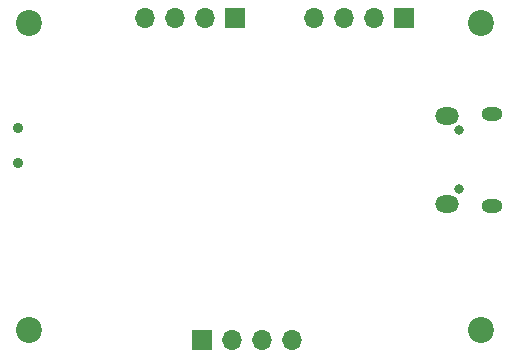
<source format=gbr>
%TF.GenerationSoftware,KiCad,Pcbnew,(6.0.9)*%
%TF.CreationDate,2023-11-06T14:53:44+05:30*%
%TF.ProjectId,Stm32 Tutorial,53746d33-3220-4547-9574-6f7269616c2e,rev?*%
%TF.SameCoordinates,Original*%
%TF.FileFunction,Soldermask,Bot*%
%TF.FilePolarity,Negative*%
%FSLAX46Y46*%
G04 Gerber Fmt 4.6, Leading zero omitted, Abs format (unit mm)*
G04 Created by KiCad (PCBNEW (6.0.9)) date 2023-11-06 14:53:44*
%MOMM*%
%LPD*%
G01*
G04 APERTURE LIST*
%ADD10R,1.700000X1.700000*%
%ADD11O,1.700000X1.700000*%
%ADD12C,2.200000*%
%ADD13C,0.900000*%
%ADD14O,0.800000X0.800000*%
%ADD15O,1.800000X1.150000*%
%ADD16O,2.000000X1.450000*%
G04 APERTURE END LIST*
D10*
%TO.C,J2*%
X151200000Y-102900000D03*
D11*
X153740000Y-102900000D03*
X156280000Y-102900000D03*
X158820000Y-102900000D03*
%TD*%
D10*
%TO.C,J1*%
X153940000Y-75600000D03*
D11*
X151400000Y-75600000D03*
X148860000Y-75600000D03*
X146320000Y-75600000D03*
%TD*%
D12*
%TO.C,H1*%
X136500000Y-76000000D03*
%TD*%
%TO.C,H3*%
X174750000Y-102000000D03*
%TD*%
%TO.C,H4*%
X136500000Y-102000000D03*
%TD*%
D13*
%TO.C,SW1*%
X135545000Y-84900000D03*
X135545000Y-87900000D03*
%TD*%
D14*
%TO.C,J4*%
X172945000Y-85105000D03*
X172945000Y-90105000D03*
D15*
X175695000Y-83730000D03*
X175695000Y-91480000D03*
D16*
X171895000Y-83880000D03*
X171895000Y-91330000D03*
%TD*%
D12*
%TO.C,H2*%
X174750000Y-76000000D03*
%TD*%
D10*
%TO.C,J3*%
X168280000Y-75600000D03*
D11*
X165740000Y-75600000D03*
X163200000Y-75600000D03*
X160660000Y-75600000D03*
%TD*%
M02*

</source>
